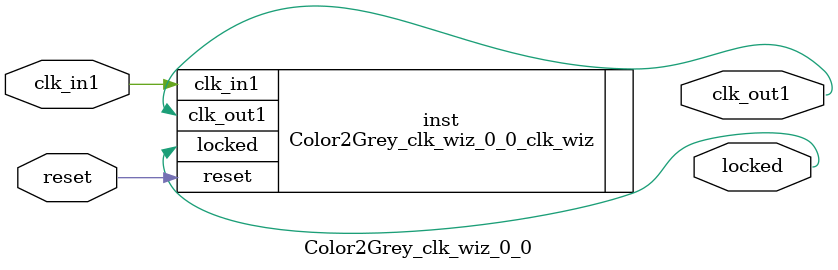
<source format=v>


`timescale 1ps/1ps

(* CORE_GENERATION_INFO = "Color2Grey_clk_wiz_0_0,clk_wiz_v6_0_6_0_0,{component_name=Color2Grey_clk_wiz_0_0,use_phase_alignment=true,use_min_o_jitter=false,use_max_i_jitter=false,use_dyn_phase_shift=false,use_inclk_switchover=false,use_dyn_reconfig=false,enable_axi=0,feedback_source=FDBK_AUTO,PRIMITIVE=MMCM,num_out_clk=1,clkin1_period=10.000,clkin2_period=10.000,use_power_down=false,use_reset=true,use_locked=true,use_inclk_stopped=false,feedback_type=SINGLE,CLOCK_MGR_TYPE=NA,manual_override=false}" *)

module Color2Grey_clk_wiz_0_0 
 (
  // Clock out ports
  output        clk_out1,
  // Status and control signals
  input         reset,
  output        locked,
 // Clock in ports
  input         clk_in1
 );

  Color2Grey_clk_wiz_0_0_clk_wiz inst
  (
  // Clock out ports  
  .clk_out1(clk_out1),
  // Status and control signals               
  .reset(reset), 
  .locked(locked),
 // Clock in ports
  .clk_in1(clk_in1)
  );

endmodule

</source>
